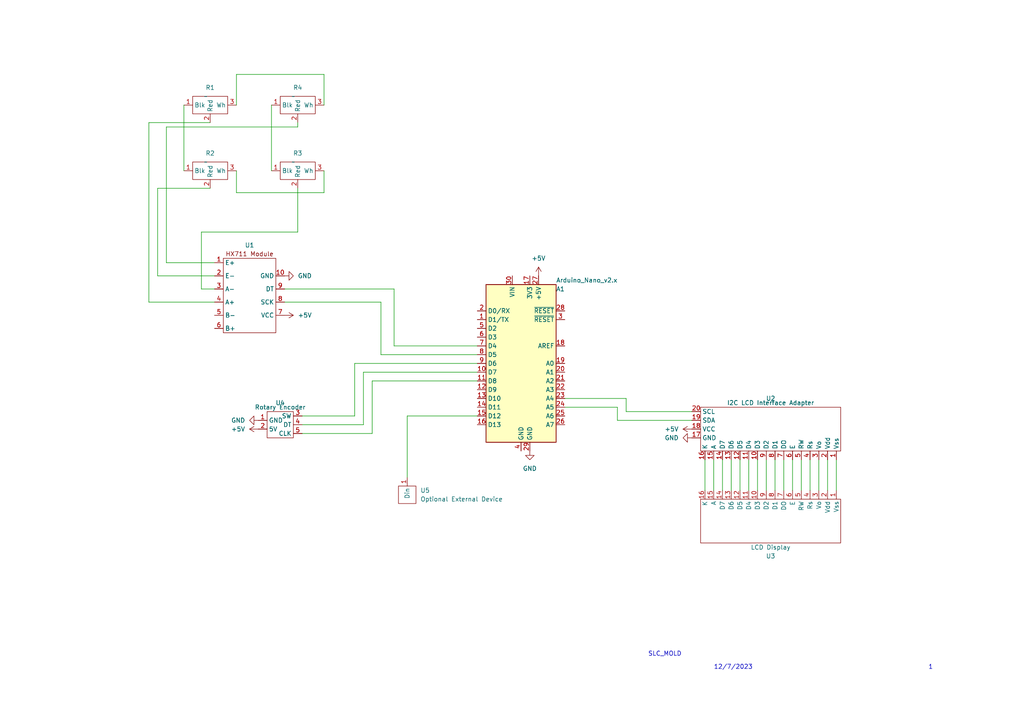
<source format=kicad_sch>
(kicad_sch (version 20230121) (generator eeschema)

  (uuid 50fb1265-c7ca-4a0c-89c6-5049dbcc5339)

  (paper "A4")

  (lib_symbols
    (symbol "MCU_Module:Arduino_Nano_v2.x" (in_bom yes) (on_board yes)
      (property "Reference" "A" (at -10.16 23.495 0)
        (effects (font (size 1.27 1.27)) (justify left bottom))
      )
      (property "Value" "Arduino_Nano_v2.x" (at 5.08 -24.13 0)
        (effects (font (size 1.27 1.27)) (justify left top))
      )
      (property "Footprint" "Module:Arduino_Nano" (at 0 0 0)
        (effects (font (size 1.27 1.27) italic) hide)
      )
      (property "Datasheet" "https://www.arduino.cc/en/uploads/Main/ArduinoNanoManual23.pdf" (at 0 0 0)
        (effects (font (size 1.27 1.27)) hide)
      )
      (property "ki_keywords" "Arduino nano microcontroller module USB" (at 0 0 0)
        (effects (font (size 1.27 1.27)) hide)
      )
      (property "ki_description" "Arduino Nano v2.x" (at 0 0 0)
        (effects (font (size 1.27 1.27)) hide)
      )
      (property "ki_fp_filters" "Arduino*Nano*" (at 0 0 0)
        (effects (font (size 1.27 1.27)) hide)
      )
      (symbol "Arduino_Nano_v2.x_0_1"
        (rectangle (start -10.16 22.86) (end 10.16 -22.86)
          (stroke (width 0.254) (type default))
          (fill (type background))
        )
      )
      (symbol "Arduino_Nano_v2.x_1_1"
        (pin bidirectional line (at -12.7 12.7 0) (length 2.54)
          (name "D1/TX" (effects (font (size 1.27 1.27))))
          (number "1" (effects (font (size 1.27 1.27))))
        )
        (pin bidirectional line (at -12.7 -2.54 0) (length 2.54)
          (name "D7" (effects (font (size 1.27 1.27))))
          (number "10" (effects (font (size 1.27 1.27))))
        )
        (pin bidirectional line (at -12.7 -5.08 0) (length 2.54)
          (name "D8" (effects (font (size 1.27 1.27))))
          (number "11" (effects (font (size 1.27 1.27))))
        )
        (pin bidirectional line (at -12.7 -7.62 0) (length 2.54)
          (name "D9" (effects (font (size 1.27 1.27))))
          (number "12" (effects (font (size 1.27 1.27))))
        )
        (pin bidirectional line (at -12.7 -10.16 0) (length 2.54)
          (name "D10" (effects (font (size 1.27 1.27))))
          (number "13" (effects (font (size 1.27 1.27))))
        )
        (pin bidirectional line (at -12.7 -12.7 0) (length 2.54)
          (name "D11" (effects (font (size 1.27 1.27))))
          (number "14" (effects (font (size 1.27 1.27))))
        )
        (pin bidirectional line (at -12.7 -15.24 0) (length 2.54)
          (name "D12" (effects (font (size 1.27 1.27))))
          (number "15" (effects (font (size 1.27 1.27))))
        )
        (pin bidirectional line (at -12.7 -17.78 0) (length 2.54)
          (name "D13" (effects (font (size 1.27 1.27))))
          (number "16" (effects (font (size 1.27 1.27))))
        )
        (pin power_out line (at 2.54 25.4 270) (length 2.54)
          (name "3V3" (effects (font (size 1.27 1.27))))
          (number "17" (effects (font (size 1.27 1.27))))
        )
        (pin input line (at 12.7 5.08 180) (length 2.54)
          (name "AREF" (effects (font (size 1.27 1.27))))
          (number "18" (effects (font (size 1.27 1.27))))
        )
        (pin bidirectional line (at 12.7 0 180) (length 2.54)
          (name "A0" (effects (font (size 1.27 1.27))))
          (number "19" (effects (font (size 1.27 1.27))))
        )
        (pin bidirectional line (at -12.7 15.24 0) (length 2.54)
          (name "D0/RX" (effects (font (size 1.27 1.27))))
          (number "2" (effects (font (size 1.27 1.27))))
        )
        (pin bidirectional line (at 12.7 -2.54 180) (length 2.54)
          (name "A1" (effects (font (size 1.27 1.27))))
          (number "20" (effects (font (size 1.27 1.27))))
        )
        (pin bidirectional line (at 12.7 -5.08 180) (length 2.54)
          (name "A2" (effects (font (size 1.27 1.27))))
          (number "21" (effects (font (size 1.27 1.27))))
        )
        (pin bidirectional line (at 12.7 -7.62 180) (length 2.54)
          (name "A3" (effects (font (size 1.27 1.27))))
          (number "22" (effects (font (size 1.27 1.27))))
        )
        (pin bidirectional line (at 12.7 -10.16 180) (length 2.54)
          (name "A4" (effects (font (size 1.27 1.27))))
          (number "23" (effects (font (size 1.27 1.27))))
        )
        (pin bidirectional line (at 12.7 -12.7 180) (length 2.54)
          (name "A5" (effects (font (size 1.27 1.27))))
          (number "24" (effects (font (size 1.27 1.27))))
        )
        (pin bidirectional line (at 12.7 -15.24 180) (length 2.54)
          (name "A6" (effects (font (size 1.27 1.27))))
          (number "25" (effects (font (size 1.27 1.27))))
        )
        (pin bidirectional line (at 12.7 -17.78 180) (length 2.54)
          (name "A7" (effects (font (size 1.27 1.27))))
          (number "26" (effects (font (size 1.27 1.27))))
        )
        (pin power_out line (at 5.08 25.4 270) (length 2.54)
          (name "+5V" (effects (font (size 1.27 1.27))))
          (number "27" (effects (font (size 1.27 1.27))))
        )
        (pin input line (at 12.7 15.24 180) (length 2.54)
          (name "~{RESET}" (effects (font (size 1.27 1.27))))
          (number "28" (effects (font (size 1.27 1.27))))
        )
        (pin power_in line (at 2.54 -25.4 90) (length 2.54)
          (name "GND" (effects (font (size 1.27 1.27))))
          (number "29" (effects (font (size 1.27 1.27))))
        )
        (pin input line (at 12.7 12.7 180) (length 2.54)
          (name "~{RESET}" (effects (font (size 1.27 1.27))))
          (number "3" (effects (font (size 1.27 1.27))))
        )
        (pin power_in line (at -2.54 25.4 270) (length 2.54)
          (name "VIN" (effects (font (size 1.27 1.27))))
          (number "30" (effects (font (size 1.27 1.27))))
        )
        (pin power_in line (at 0 -25.4 90) (length 2.54)
          (name "GND" (effects (font (size 1.27 1.27))))
          (number "4" (effects (font (size 1.27 1.27))))
        )
        (pin bidirectional line (at -12.7 10.16 0) (length 2.54)
          (name "D2" (effects (font (size 1.27 1.27))))
          (number "5" (effects (font (size 1.27 1.27))))
        )
        (pin bidirectional line (at -12.7 7.62 0) (length 2.54)
          (name "D3" (effects (font (size 1.27 1.27))))
          (number "6" (effects (font (size 1.27 1.27))))
        )
        (pin bidirectional line (at -12.7 5.08 0) (length 2.54)
          (name "D4" (effects (font (size 1.27 1.27))))
          (number "7" (effects (font (size 1.27 1.27))))
        )
        (pin bidirectional line (at -12.7 2.54 0) (length 2.54)
          (name "D5" (effects (font (size 1.27 1.27))))
          (number "8" (effects (font (size 1.27 1.27))))
        )
        (pin bidirectional line (at -12.7 0 0) (length 2.54)
          (name "D6" (effects (font (size 1.27 1.27))))
          (number "9" (effects (font (size 1.27 1.27))))
        )
      )
    )
    (symbol "MOLD:HX711 Module" (in_bom yes) (on_board yes)
      (property "Reference" "U" (at 1.27 1.27 0)
        (effects (font (size 1.27 1.27)))
      )
      (property "Value" "HX711 Module" (at 0 0 0)
        (effects (font (size 1.27 1.27)))
      )
      (property "Footprint" "MOLD:HX711 Module" (at 0 3.81 0)
        (effects (font (size 1.27 1.27)) hide)
      )
      (property "Datasheet" "https://www.digikey.com/htmldatasheets/production/1836471/0/0/1/hx711.html" (at 0 6.35 0)
        (effects (font (size 1.27 1.27)) hide)
      )
      (symbol "HX711 Module_0_1"
        (rectangle (start -5.08 -3.81) (end 10.16 -25.4)
          (stroke (width 0) (type default))
          (fill (type none))
        )
      )
      (symbol "HX711 Module_1_1"
        (text "HX711 Module" (at 2.54 -2.54 0)
          (effects (font (size 1.27 1.27)))
        )
        (pin input line (at -7.62 -5.08 0) (length 2.54)
          (name "E+" (effects (font (size 1.27 1.27))))
          (number "1" (effects (font (size 1.27 1.27))))
        )
        (pin input line (at 12.7 -8.89 180) (length 2.54)
          (name "GND" (effects (font (size 1.27 1.27))))
          (number "10" (effects (font (size 1.27 1.27))))
        )
        (pin input line (at -7.62 -8.89 0) (length 2.54)
          (name "E-" (effects (font (size 1.27 1.27))))
          (number "2" (effects (font (size 1.27 1.27))))
        )
        (pin input line (at -7.62 -12.7 0) (length 2.54)
          (name "A-" (effects (font (size 1.27 1.27))))
          (number "3" (effects (font (size 1.27 1.27))))
        )
        (pin input line (at -7.62 -16.51 0) (length 2.54)
          (name "A+" (effects (font (size 1.27 1.27))))
          (number "4" (effects (font (size 1.27 1.27))))
        )
        (pin input line (at -7.62 -20.32 0) (length 2.54)
          (name "B-" (effects (font (size 1.27 1.27))))
          (number "5" (effects (font (size 1.27 1.27))))
        )
        (pin input line (at -7.62 -24.13 0) (length 2.54)
          (name "B+" (effects (font (size 1.27 1.27))))
          (number "6" (effects (font (size 1.27 1.27))))
        )
        (pin power_in line (at 12.7 -20.32 180) (length 2.54)
          (name "VCC" (effects (font (size 1.27 1.27))))
          (number "7" (effects (font (size 1.27 1.27))))
        )
        (pin input line (at 12.7 -16.51 180) (length 2.54)
          (name "SCK" (effects (font (size 1.27 1.27))))
          (number "8" (effects (font (size 1.27 1.27))))
        )
        (pin output line (at 12.7 -12.7 180) (length 2.54)
          (name "DT" (effects (font (size 1.27 1.27))))
          (number "9" (effects (font (size 1.27 1.27))))
        )
      )
    )
    (symbol "MOLD:I2C_LCD1602_Module" (in_bom yes) (on_board yes)
      (property "Reference" "U" (at 0 -5.08 0)
        (effects (font (size 1.27 1.27)))
      )
      (property "Value" "" (at -10.16 0 0)
        (effects (font (size 1.27 1.27)))
      )
      (property "Footprint" "" (at -10.16 0 0)
        (effects (font (size 1.27 1.27)) hide)
      )
      (property "Datasheet" "" (at -10.16 0 0)
        (effects (font (size 1.27 1.27)) hide)
      )
      (symbol "I2C_LCD1602_Module_0_1"
        (rectangle (start -20.32 2.54) (end 20.32 -10.16)
          (stroke (width 0) (type default))
          (fill (type none))
        )
      )
      (symbol "I2C_LCD1602_Module_1_1"
        (pin power_in line (at -19.05 5.08 270) (length 2.54)
          (name "Vss" (effects (font (size 1.27 1.27))))
          (number "1" (effects (font (size 1.27 1.27))))
        )
        (pin bidirectional line (at 3.81 5.08 270) (length 2.54)
          (name "D3" (effects (font (size 1.27 1.27))))
          (number "10" (effects (font (size 1.27 1.27))))
        )
        (pin bidirectional line (at 6.35 5.08 270) (length 2.54)
          (name "D4" (effects (font (size 1.27 1.27))))
          (number "11" (effects (font (size 1.27 1.27))))
        )
        (pin bidirectional line (at 8.89 5.08 270) (length 2.54)
          (name "D5" (effects (font (size 1.27 1.27))))
          (number "12" (effects (font (size 1.27 1.27))))
        )
        (pin bidirectional line (at 11.43 5.08 270) (length 2.54)
          (name "D6" (effects (font (size 1.27 1.27))))
          (number "13" (effects (font (size 1.27 1.27))))
        )
        (pin bidirectional line (at 13.97 5.08 270) (length 2.54)
          (name "D7" (effects (font (size 1.27 1.27))))
          (number "14" (effects (font (size 1.27 1.27))))
        )
        (pin bidirectional line (at 16.51 5.08 270) (length 2.54)
          (name "A" (effects (font (size 1.27 1.27))))
          (number "15" (effects (font (size 1.27 1.27))))
        )
        (pin bidirectional line (at 19.05 5.08 270) (length 2.54)
          (name "K" (effects (font (size 1.27 1.27))))
          (number "16" (effects (font (size 1.27 1.27))))
        )
        (pin power_out line (at 22.86 -1.27 180) (length 2.54)
          (name "GND" (effects (font (size 1.27 1.27))))
          (number "17" (effects (font (size 1.27 1.27))))
        )
        (pin bidirectional line (at 22.86 -3.81 180) (length 2.54)
          (name "VCC" (effects (font (size 1.27 1.27))))
          (number "18" (effects (font (size 1.27 1.27))))
        )
        (pin bidirectional line (at 22.86 -6.35 180) (length 2.54)
          (name "SDA" (effects (font (size 1.27 1.27))))
          (number "19" (effects (font (size 1.27 1.27))))
        )
        (pin power_in line (at -16.51 5.08 270) (length 2.54)
          (name "Vdd" (effects (font (size 1.27 1.27))))
          (number "2" (effects (font (size 1.27 1.27))))
        )
        (pin bidirectional line (at 22.86 -8.89 180) (length 2.54)
          (name "SCL" (effects (font (size 1.27 1.27))))
          (number "20" (effects (font (size 1.27 1.27))))
        )
        (pin bidirectional line (at -13.97 5.08 270) (length 2.54)
          (name "Vo" (effects (font (size 1.27 1.27))))
          (number "3" (effects (font (size 1.27 1.27))))
        )
        (pin bidirectional line (at -11.43 5.08 270) (length 2.54)
          (name "Rs" (effects (font (size 1.27 1.27))))
          (number "4" (effects (font (size 1.27 1.27))))
        )
        (pin bidirectional line (at -8.89 5.08 270) (length 2.54)
          (name "RW" (effects (font (size 1.27 1.27))))
          (number "5" (effects (font (size 1.27 1.27))))
        )
        (pin bidirectional line (at -6.35 5.08 270) (length 2.54)
          (name "E" (effects (font (size 1.27 1.27))))
          (number "6" (effects (font (size 1.27 1.27))))
        )
        (pin bidirectional line (at -3.81 5.08 270) (length 2.54)
          (name "DO" (effects (font (size 1.27 1.27))))
          (number "7" (effects (font (size 1.27 1.27))))
        )
        (pin bidirectional line (at -1.27 5.08 270) (length 2.54)
          (name "D1" (effects (font (size 1.27 1.27))))
          (number "8" (effects (font (size 1.27 1.27))))
        )
        (pin bidirectional line (at 1.27 5.08 270) (length 2.54)
          (name "D2" (effects (font (size 1.27 1.27))))
          (number "9" (effects (font (size 1.27 1.27))))
        )
      )
    )
    (symbol "MOLD:LCD1602" (in_bom yes) (on_board yes)
      (property "Reference" "U" (at 0 -5.08 0)
        (effects (font (size 1.27 1.27)))
      )
      (property "Value" "" (at -10.16 0 0)
        (effects (font (size 1.27 1.27)))
      )
      (property "Footprint" "" (at -10.16 0 0)
        (effects (font (size 1.27 1.27)) hide)
      )
      (property "Datasheet" "" (at -10.16 0 0)
        (effects (font (size 1.27 1.27)) hide)
      )
      (symbol "LCD1602_0_1"
        (rectangle (start -20.32 2.54) (end 20.32 -10.16)
          (stroke (width 0) (type default))
          (fill (type none))
        )
      )
      (symbol "LCD1602_1_1"
        (pin power_in line (at -19.05 5.08 270) (length 2.54)
          (name "Vss" (effects (font (size 1.27 1.27))))
          (number "1" (effects (font (size 1.27 1.27))))
        )
        (pin bidirectional line (at 3.81 5.08 270) (length 2.54)
          (name "D3" (effects (font (size 1.27 1.27))))
          (number "10" (effects (font (size 1.27 1.27))))
        )
        (pin bidirectional line (at 6.35 5.08 270) (length 2.54)
          (name "D4" (effects (font (size 1.27 1.27))))
          (number "11" (effects (font (size 1.27 1.27))))
        )
        (pin bidirectional line (at 8.89 5.08 270) (length 2.54)
          (name "D5" (effects (font (size 1.27 1.27))))
          (number "12" (effects (font (size 1.27 1.27))))
        )
        (pin bidirectional line (at 11.43 5.08 270) (length 2.54)
          (name "D6" (effects (font (size 1.27 1.27))))
          (number "13" (effects (font (size 1.27 1.27))))
        )
        (pin bidirectional line (at 13.97 5.08 270) (length 2.54)
          (name "D7" (effects (font (size 1.27 1.27))))
          (number "14" (effects (font (size 1.27 1.27))))
        )
        (pin bidirectional line (at 16.51 5.08 270) (length 2.54)
          (name "A" (effects (font (size 1.27 1.27))))
          (number "15" (effects (font (size 1.27 1.27))))
        )
        (pin bidirectional line (at 19.05 5.08 270) (length 2.54)
          (name "K" (effects (font (size 1.27 1.27))))
          (number "16" (effects (font (size 1.27 1.27))))
        )
        (pin power_in line (at -16.51 5.08 270) (length 2.54)
          (name "Vdd" (effects (font (size 1.27 1.27))))
          (number "2" (effects (font (size 1.27 1.27))))
        )
        (pin bidirectional line (at -13.97 5.08 270) (length 2.54)
          (name "Vo" (effects (font (size 1.27 1.27))))
          (number "3" (effects (font (size 1.27 1.27))))
        )
        (pin bidirectional line (at -11.43 5.08 270) (length 2.54)
          (name "Rs" (effects (font (size 1.27 1.27))))
          (number "4" (effects (font (size 1.27 1.27))))
        )
        (pin bidirectional line (at -8.89 5.08 270) (length 2.54)
          (name "RW" (effects (font (size 1.27 1.27))))
          (number "5" (effects (font (size 1.27 1.27))))
        )
        (pin bidirectional line (at -6.35 5.08 270) (length 2.54)
          (name "E" (effects (font (size 1.27 1.27))))
          (number "6" (effects (font (size 1.27 1.27))))
        )
        (pin bidirectional line (at -3.81 5.08 270) (length 2.54)
          (name "DO" (effects (font (size 1.27 1.27))))
          (number "7" (effects (font (size 1.27 1.27))))
        )
        (pin bidirectional line (at -1.27 5.08 270) (length 2.54)
          (name "D1" (effects (font (size 1.27 1.27))))
          (number "8" (effects (font (size 1.27 1.27))))
        )
        (pin bidirectional line (at 1.27 5.08 270) (length 2.54)
          (name "D2" (effects (font (size 1.27 1.27))))
          (number "9" (effects (font (size 1.27 1.27))))
        )
      )
    )
    (symbol "MOLD:Load_Cell" (in_bom yes) (on_board yes)
      (property "Reference" "R" (at 0 1.27 0)
        (effects (font (size 1.27 1.27)))
      )
      (property "Value" "" (at -1.27 0 0)
        (effects (font (size 1.27 1.27)))
      )
      (property "Footprint" "" (at -1.27 0 0)
        (effects (font (size 1.27 1.27)) hide)
      )
      (property "Datasheet" "" (at -1.27 0 0)
        (effects (font (size 1.27 1.27)) hide)
      )
      (symbol "Load_Cell_0_1"
        (rectangle (start -5.08 0) (end 5.08 -5.08)
          (stroke (width 0) (type default))
          (fill (type none))
        )
      )
      (symbol "Load_Cell_1_1"
        (pin bidirectional line (at -7.62 -2.54 0) (length 2.54)
          (name "Blk" (effects (font (size 1.27 1.27))))
          (number "1" (effects (font (size 1.27 1.27))))
        )
        (pin bidirectional line (at 0 -7.62 90) (length 2.54)
          (name "Red" (effects (font (size 1.27 1.27))))
          (number "2" (effects (font (size 1.27 1.27))))
        )
        (pin bidirectional line (at 7.62 -2.54 180) (length 2.54)
          (name "Wh" (effects (font (size 1.27 1.27))))
          (number "3" (effects (font (size 1.27 1.27))))
        )
      )
    )
    (symbol "MOLD:Optional_External_Device" (in_bom yes) (on_board yes)
      (property "Reference" "U" (at 0 0 0)
        (effects (font (size 1.27 1.27)))
      )
      (property "Value" "" (at 0 0 0)
        (effects (font (size 1.27 1.27)))
      )
      (property "Footprint" "" (at 0 0 0)
        (effects (font (size 1.27 1.27)) hide)
      )
      (property "Datasheet" "" (at 0 0 0)
        (effects (font (size 1.27 1.27)) hide)
      )
      (symbol "Optional_External_Device_0_1"
        (rectangle (start -2.54 -1.27) (end 2.54 -6.35)
          (stroke (width 0) (type default))
          (fill (type none))
        )
      )
      (symbol "Optional_External_Device_1_1"
        (pin input line (at -5.08 -3.81 0) (length 2.54)
          (name "Din" (effects (font (size 1.27 1.27))))
          (number "1" (effects (font (size 1.27 1.27))))
        )
      )
    )
    (symbol "MOLD:Rotary_Encoder" (in_bom yes) (on_board yes)
      (property "Reference" "U" (at 7.62 0 0)
        (effects (font (size 1.27 1.27)))
      )
      (property "Value" "" (at 0 0 0)
        (effects (font (size 1.27 1.27)))
      )
      (property "Footprint" "" (at 0 0 0)
        (effects (font (size 1.27 1.27)) hide)
      )
      (property "Datasheet" "" (at 0 0 0)
        (effects (font (size 1.27 1.27)) hide)
      )
      (symbol "Rotary_Encoder_0_1"
        (rectangle (start -6.35 -1.27) (end 1.27 -8.89)
          (stroke (width 0) (type default))
          (fill (type none))
        )
      )
      (symbol "Rotary_Encoder_1_1"
        (pin power_out line (at 3.81 -3.81 180) (length 2.54)
          (name "GND" (effects (font (size 1.27 1.27))))
          (number "1" (effects (font (size 1.27 1.27))))
        )
        (pin power_in line (at 3.81 -6.35 180) (length 2.54)
          (name "5V" (effects (font (size 1.27 1.27))))
          (number "2" (effects (font (size 1.27 1.27))))
        )
        (pin bidirectional line (at -8.89 -2.54 0) (length 2.54)
          (name "SW" (effects (font (size 1.27 1.27))))
          (number "3" (effects (font (size 1.27 1.27))))
        )
        (pin bidirectional line (at -8.89 -5.08 0) (length 2.54)
          (name "DT" (effects (font (size 1.27 1.27))))
          (number "4" (effects (font (size 1.27 1.27))))
        )
        (pin bidirectional line (at -8.89 -7.62 0) (length 2.54)
          (name "CLK" (effects (font (size 1.27 1.27))))
          (number "5" (effects (font (size 1.27 1.27))))
        )
      )
    )
    (symbol "power:+5V" (power) (pin_names (offset 0)) (in_bom yes) (on_board yes)
      (property "Reference" "#PWR" (at 0 -3.81 0)
        (effects (font (size 1.27 1.27)) hide)
      )
      (property "Value" "+5V" (at 0 3.556 0)
        (effects (font (size 1.27 1.27)))
      )
      (property "Footprint" "" (at 0 0 0)
        (effects (font (size 1.27 1.27)) hide)
      )
      (property "Datasheet" "" (at 0 0 0)
        (effects (font (size 1.27 1.27)) hide)
      )
      (property "ki_keywords" "global power" (at 0 0 0)
        (effects (font (size 1.27 1.27)) hide)
      )
      (property "ki_description" "Power symbol creates a global label with name \"+5V\"" (at 0 0 0)
        (effects (font (size 1.27 1.27)) hide)
      )
      (symbol "+5V_0_1"
        (polyline
          (pts
            (xy -0.762 1.27)
            (xy 0 2.54)
          )
          (stroke (width 0) (type default))
          (fill (type none))
        )
        (polyline
          (pts
            (xy 0 0)
            (xy 0 2.54)
          )
          (stroke (width 0) (type default))
          (fill (type none))
        )
        (polyline
          (pts
            (xy 0 2.54)
            (xy 0.762 1.27)
          )
          (stroke (width 0) (type default))
          (fill (type none))
        )
      )
      (symbol "+5V_1_1"
        (pin power_in line (at 0 0 90) (length 0) hide
          (name "+5V" (effects (font (size 1.27 1.27))))
          (number "1" (effects (font (size 1.27 1.27))))
        )
      )
    )
    (symbol "power:GND" (power) (pin_names (offset 0)) (in_bom yes) (on_board yes)
      (property "Reference" "#PWR" (at 0 -6.35 0)
        (effects (font (size 1.27 1.27)) hide)
      )
      (property "Value" "GND" (at 0 -3.81 0)
        (effects (font (size 1.27 1.27)))
      )
      (property "Footprint" "" (at 0 0 0)
        (effects (font (size 1.27 1.27)) hide)
      )
      (property "Datasheet" "" (at 0 0 0)
        (effects (font (size 1.27 1.27)) hide)
      )
      (property "ki_keywords" "global power" (at 0 0 0)
        (effects (font (size 1.27 1.27)) hide)
      )
      (property "ki_description" "Power symbol creates a global label with name \"GND\" , ground" (at 0 0 0)
        (effects (font (size 1.27 1.27)) hide)
      )
      (symbol "GND_0_1"
        (polyline
          (pts
            (xy 0 0)
            (xy 0 -1.27)
            (xy 1.27 -1.27)
            (xy 0 -2.54)
            (xy -1.27 -1.27)
            (xy 0 -1.27)
          )
          (stroke (width 0) (type default))
          (fill (type none))
        )
      )
      (symbol "GND_1_1"
        (pin power_in line (at 0 0 270) (length 0) hide
          (name "GND" (effects (font (size 1.27 1.27))))
          (number "1" (effects (font (size 1.27 1.27))))
        )
      )
    )
  )


  (wire (pts (xy 68.58 49.53) (xy 68.58 55.88))
    (stroke (width 0) (type default))
    (uuid 03359a20-e6ad-42b4-b0e2-718161bd63db)
  )
  (wire (pts (xy 204.47 133.35) (xy 204.47 142.24))
    (stroke (width 0) (type default))
    (uuid 0aae274c-7fa1-45a5-a93e-66ae5b6cb4dd)
  )
  (wire (pts (xy 209.55 133.35) (xy 209.55 142.24))
    (stroke (width 0) (type default))
    (uuid 0c2a57c9-43bd-4e03-bfbe-1a967e4da0be)
  )
  (wire (pts (xy 237.49 133.35) (xy 237.49 142.24))
    (stroke (width 0) (type default))
    (uuid 1235fb5b-af53-44f5-bc94-83dd143dbd29)
  )
  (wire (pts (xy 53.34 30.48) (xy 53.34 49.53))
    (stroke (width 0) (type default))
    (uuid 1dbfa5c7-7b8a-4f16-b543-fe86e7d36b27)
  )
  (wire (pts (xy 118.11 120.65) (xy 138.43 120.65))
    (stroke (width 0) (type default))
    (uuid 1f1b82fd-33c4-4733-b08c-590d80191881)
  )
  (wire (pts (xy 105.41 107.95) (xy 105.41 123.19))
    (stroke (width 0) (type default))
    (uuid 264da857-0e63-4d60-a36d-0174ab67621a)
  )
  (wire (pts (xy 181.61 119.38) (xy 181.61 115.57))
    (stroke (width 0) (type default))
    (uuid 27cae409-ec90-46c2-9a96-19d3d06c96c1)
  )
  (wire (pts (xy 227.33 133.35) (xy 227.33 142.24))
    (stroke (width 0) (type default))
    (uuid 29b7d44a-bb60-4f4f-9c80-752bb5509d94)
  )
  (wire (pts (xy 240.03 133.35) (xy 240.03 142.24))
    (stroke (width 0) (type default))
    (uuid 29d2e059-462c-442e-88c4-cafd64be0952)
  )
  (wire (pts (xy 232.41 133.35) (xy 232.41 142.24))
    (stroke (width 0) (type default))
    (uuid 2f3d8004-0e8a-4055-92d2-78aa077ea8dc)
  )
  (wire (pts (xy 58.42 67.31) (xy 58.42 83.82))
    (stroke (width 0) (type default))
    (uuid 320101f2-b483-4808-b4c3-28f3cec9c6cd)
  )
  (wire (pts (xy 86.36 35.56) (xy 86.36 36.83))
    (stroke (width 0) (type default))
    (uuid 3a23e11e-eeb4-4891-a5e2-29e1fe998400)
  )
  (wire (pts (xy 102.87 105.41) (xy 138.43 105.41))
    (stroke (width 0) (type default))
    (uuid 42ed7cfb-d26a-483b-9e70-159054ae7afd)
  )
  (wire (pts (xy 114.3 83.82) (xy 114.3 100.33))
    (stroke (width 0) (type default))
    (uuid 4690701d-a0a5-49e6-963f-3dbbab5ccb53)
  )
  (wire (pts (xy 217.17 133.35) (xy 217.17 142.24))
    (stroke (width 0) (type default))
    (uuid 471f6fbb-412f-47d8-b441-ae19ff41846d)
  )
  (wire (pts (xy 62.23 87.63) (xy 43.18 87.63))
    (stroke (width 0) (type default))
    (uuid 4cb5dd99-8633-488b-b998-191c496fb064)
  )
  (wire (pts (xy 102.87 105.41) (xy 102.87 120.65))
    (stroke (width 0) (type default))
    (uuid 4e7d79df-b410-40d8-972f-69b88e92940c)
  )
  (wire (pts (xy 45.72 80.01) (xy 62.23 80.01))
    (stroke (width 0) (type default))
    (uuid 55bb1662-8bb1-4cd3-bd52-89c727c91254)
  )
  (wire (pts (xy 87.63 123.19) (xy 105.41 123.19))
    (stroke (width 0) (type default))
    (uuid 573250b3-5074-4f87-bc78-90aa377e96eb)
  )
  (wire (pts (xy 86.36 67.31) (xy 58.42 67.31))
    (stroke (width 0) (type default))
    (uuid 587a9669-f78f-42d2-8e50-2208b41848f5)
  )
  (wire (pts (xy 58.42 83.82) (xy 62.23 83.82))
    (stroke (width 0) (type default))
    (uuid 5e4c9f9e-dc26-4d34-a6a4-8d8bce2c1fee)
  )
  (wire (pts (xy 45.72 54.61) (xy 45.72 80.01))
    (stroke (width 0) (type default))
    (uuid 6894356e-69f8-462c-a027-a78e9cf1ccf1)
  )
  (wire (pts (xy 224.79 133.35) (xy 224.79 142.24))
    (stroke (width 0) (type default))
    (uuid 6944c0a5-a9e4-49e0-9713-d47e2c1cb584)
  )
  (wire (pts (xy 43.18 35.56) (xy 60.96 35.56))
    (stroke (width 0) (type default))
    (uuid 6c1f3030-bddb-4a0e-a76f-d8be08521740)
  )
  (wire (pts (xy 114.3 100.33) (xy 138.43 100.33))
    (stroke (width 0) (type default))
    (uuid 6ee1bd3a-e758-4724-bb18-509ab148ce53)
  )
  (wire (pts (xy 68.58 55.88) (xy 93.98 55.88))
    (stroke (width 0) (type default))
    (uuid 6ef71659-49ae-4b13-801d-d5b010ef9735)
  )
  (wire (pts (xy 93.98 55.88) (xy 93.98 49.53))
    (stroke (width 0) (type default))
    (uuid 6f083bca-41c2-49da-b526-03f3752cc0a5)
  )
  (wire (pts (xy 86.36 36.83) (xy 48.26 36.83))
    (stroke (width 0) (type default))
    (uuid 722bcb15-c11b-40b6-a8ca-ed24ba07ab16)
  )
  (wire (pts (xy 234.95 133.35) (xy 234.95 142.24))
    (stroke (width 0) (type default))
    (uuid 725987cf-ed2e-4ac2-9b14-61f7fb9e5828)
  )
  (wire (pts (xy 229.87 133.35) (xy 229.87 142.24))
    (stroke (width 0) (type default))
    (uuid 75b8ab79-60ef-489b-a2a4-353a1746bb13)
  )
  (wire (pts (xy 82.55 83.82) (xy 114.3 83.82))
    (stroke (width 0) (type default))
    (uuid 7e6de8d2-5878-4420-9517-e7676045c212)
  )
  (wire (pts (xy 207.01 133.35) (xy 207.01 142.24))
    (stroke (width 0) (type default))
    (uuid 84681a93-59a4-4e80-867d-c2d2d67bf243)
  )
  (wire (pts (xy 242.57 133.35) (xy 242.57 142.24))
    (stroke (width 0) (type default))
    (uuid 856cdc7a-f67f-4a00-8691-2d52b7732102)
  )
  (wire (pts (xy 181.61 115.57) (xy 163.83 115.57))
    (stroke (width 0) (type default))
    (uuid 87239bb9-b122-4144-b95d-d6702122a1e9)
  )
  (wire (pts (xy 110.49 87.63) (xy 110.49 102.87))
    (stroke (width 0) (type default))
    (uuid 886862ca-377c-49e4-b8b7-1be4163b7cf0)
  )
  (wire (pts (xy 179.07 121.92) (xy 179.07 118.11))
    (stroke (width 0) (type default))
    (uuid 89db2777-8d71-4fe7-b57b-ec1f069d825d)
  )
  (wire (pts (xy 87.63 125.73) (xy 107.95 125.73))
    (stroke (width 0) (type default))
    (uuid 8a9be72c-6ee8-40d8-9576-8aefa28eda6e)
  )
  (wire (pts (xy 82.55 87.63) (xy 110.49 87.63))
    (stroke (width 0) (type default))
    (uuid 8dbddb30-3655-46fb-b4ce-723e43432ab7)
  )
  (wire (pts (xy 43.18 87.63) (xy 43.18 35.56))
    (stroke (width 0) (type default))
    (uuid 8dd5b735-7263-4e83-90f0-8797665dfba1)
  )
  (wire (pts (xy 48.26 36.83) (xy 48.26 76.2))
    (stroke (width 0) (type default))
    (uuid 907eeb03-7ad6-456b-b9bd-f2ef2eb79549)
  )
  (wire (pts (xy 60.96 54.61) (xy 45.72 54.61))
    (stroke (width 0) (type default))
    (uuid 97ec52b5-0f6b-43b6-b414-d65eddf05a0b)
  )
  (wire (pts (xy 107.95 110.49) (xy 107.95 125.73))
    (stroke (width 0) (type default))
    (uuid 983343ef-ba89-4ad3-a2df-eaa505261b48)
  )
  (wire (pts (xy 200.66 119.38) (xy 181.61 119.38))
    (stroke (width 0) (type default))
    (uuid 993efdfd-cc6a-4161-8cc3-c8440eef0ac9)
  )
  (wire (pts (xy 48.26 76.2) (xy 62.23 76.2))
    (stroke (width 0) (type default))
    (uuid b34ac3cc-79c6-420e-848a-1a264ec6a6ab)
  )
  (wire (pts (xy 86.36 54.61) (xy 86.36 67.31))
    (stroke (width 0) (type default))
    (uuid b539eabd-28f8-467c-b02b-251bbb46f33f)
  )
  (wire (pts (xy 222.25 133.35) (xy 222.25 142.24))
    (stroke (width 0) (type default))
    (uuid c25bdd9f-7e35-4ecf-8cef-38e0055790a9)
  )
  (wire (pts (xy 200.66 121.92) (xy 179.07 121.92))
    (stroke (width 0) (type default))
    (uuid c8fe3d8a-90bf-41bc-8a99-f4c4194b4a6d)
  )
  (wire (pts (xy 219.71 133.35) (xy 219.71 142.24))
    (stroke (width 0) (type default))
    (uuid c915c302-aaca-4cda-851b-1a249fa0a616)
  )
  (wire (pts (xy 110.49 102.87) (xy 138.43 102.87))
    (stroke (width 0) (type default))
    (uuid cedeb2f6-0f8d-4e97-8129-4a2a0c7597ec)
  )
  (wire (pts (xy 107.95 110.49) (xy 138.43 110.49))
    (stroke (width 0) (type default))
    (uuid dc71f199-c93f-484f-9328-0baccbd74b9d)
  )
  (wire (pts (xy 68.58 30.48) (xy 68.58 21.59))
    (stroke (width 0) (type default))
    (uuid e0239344-f21a-4258-8f7c-debd3f734473)
  )
  (wire (pts (xy 214.63 133.35) (xy 214.63 142.24))
    (stroke (width 0) (type default))
    (uuid e3b942fa-5f50-4f92-886a-f0d29bba1112)
  )
  (wire (pts (xy 212.09 133.35) (xy 212.09 142.24))
    (stroke (width 0) (type default))
    (uuid e8b35008-330e-46fc-867c-f99e76bfed4c)
  )
  (wire (pts (xy 179.07 118.11) (xy 163.83 118.11))
    (stroke (width 0) (type default))
    (uuid eb84369c-0ab8-4047-8545-383dc4b1f11d)
  )
  (wire (pts (xy 87.63 120.65) (xy 102.87 120.65))
    (stroke (width 0) (type default))
    (uuid f03e81b7-3ab6-4786-852d-e3ec06b53fbc)
  )
  (wire (pts (xy 105.41 107.95) (xy 138.43 107.95))
    (stroke (width 0) (type default))
    (uuid f45c4c89-b911-4c64-9b11-aa57473f82cd)
  )
  (wire (pts (xy 93.98 21.59) (xy 93.98 30.48))
    (stroke (width 0) (type default))
    (uuid f6681e30-d446-42fc-ae54-21cacb586946)
  )
  (wire (pts (xy 78.74 30.48) (xy 78.74 49.53))
    (stroke (width 0) (type default))
    (uuid f81e9778-a0dc-4170-b3dd-6b8b47ad4c11)
  )
  (wire (pts (xy 68.58 21.59) (xy 93.98 21.59))
    (stroke (width 0) (type default))
    (uuid faea4b3c-23f4-4da6-9a05-b070701ec475)
  )
  (wire (pts (xy 118.11 138.43) (xy 118.11 120.65))
    (stroke (width 0) (type default))
    (uuid fec1c8fd-bed8-492a-a618-074eeffd43e4)
  )

  (text "12/7/2023" (at 207.01 194.31 0)
    (effects (font (size 1.27 1.27)) (justify left bottom))
    (uuid 0729f6f1-9619-4b51-b038-6c0ff456f8c8)
  )
  (text "1" (at 269.24 194.31 0)
    (effects (font (size 1.27 1.27)) (justify left bottom))
    (uuid 1b00d6ad-cfc5-46b8-ac41-f1dae356b32f)
  )
  (text "SLC_MOLD" (at 187.96 190.5 0)
    (effects (font (size 1.27 1.27)) (justify left bottom))
    (uuid 2dfe9033-977d-49d6-8404-ba781575df4c)
  )

  (symbol (lib_id "MCU_Module:Arduino_Nano_v2.x") (at 151.13 105.41 0) (unit 1)
    (in_bom yes) (on_board yes) (dnp no)
    (uuid 0025d4e6-4ea2-429e-b347-f163538f2197)
    (property "Reference" "A1" (at 161.29 83.82 0)
      (effects (font (size 1.27 1.27)) (justify left))
    )
    (property "Value" "Arduino_Nano_v2.x" (at 161.29 81.28 0)
      (effects (font (size 1.27 1.27)) (justify left))
    )
    (property "Footprint" "Module:Arduino_Nano" (at 151.13 105.41 0)
      (effects (font (size 1.27 1.27) italic) hide)
    )
    (property "Datasheet" "https://www.arduino.cc/en/uploads/Main/ArduinoNanoManual23.pdf" (at 151.13 105.41 0)
      (effects (font (size 1.27 1.27)) hide)
    )
    (pin "1" (uuid cc1f1eff-e8be-441a-b648-7672370a1a38))
    (pin "10" (uuid 955bc2ac-47f9-4807-a23b-ed28fa1853a5))
    (pin "11" (uuid ab115c96-ce06-4989-a0cd-c973d00ef4d7))
    (pin "12" (uuid 4427d255-60da-486a-8725-81832d42971b))
    (pin "13" (uuid 8d860b89-a736-4b06-8bb5-a44e7d72dac3))
    (pin "14" (uuid d6ff8492-6ebc-427b-9d34-430acaae199e))
    (pin "15" (uuid 70089835-ebee-4f94-b3aa-c6bf6febdaaf))
    (pin "16" (uuid 49a9289a-7bc1-4bc5-9110-ea3593ee01e0))
    (pin "17" (uuid 59e29bed-d6ce-43bf-b650-ea95ba05902e))
    (pin "18" (uuid bcaef2dc-3797-4632-acd9-2310b724045a))
    (pin "19" (uuid ed60cfb2-7075-476e-8c99-d97c0b649023))
    (pin "2" (uuid 1fbef1b7-3113-4677-b38d-16169147b81d))
    (pin "20" (uuid fe84c797-37c2-4711-b193-f6c5870f6e6a))
    (pin "21" (uuid 607e5c21-8624-4b2b-bd4a-94eb2d5e9f44))
    (pin "22" (uuid 8e2265aa-f9d0-4171-bf47-8417f7cf4ce8))
    (pin "23" (uuid 0cbf8804-74fe-4bd3-9712-09c29e570865))
    (pin "24" (uuid 0fc6f99c-744d-4f42-aba8-de6767973de3))
    (pin "25" (uuid f1487762-6dcc-4c52-805b-e8c68d7afe26))
    (pin "26" (uuid fa8ba850-c10e-4c24-a17d-92d57b689119))
    (pin "27" (uuid 3761e4d9-b3a3-4572-90ca-9938c363697b))
    (pin "28" (uuid 41f8f65f-e54f-44db-8fb6-8eb8c351b365))
    (pin "29" (uuid ae222c41-8f16-4e02-9355-3b9de101e0d5))
    (pin "3" (uuid 3635d9e7-2716-4ab2-a59a-f6e3b7c013ff))
    (pin "30" (uuid 5501f6e4-0d09-4526-bcd8-8b79bbafcbdc))
    (pin "4" (uuid 956bcbea-319a-4cfb-a26f-586110dff545))
    (pin "5" (uuid 102661ea-3846-40e6-8982-4af56b69ce7b))
    (pin "6" (uuid 5bc89eab-dcfe-4d1a-aea6-dca754755e4d))
    (pin "7" (uuid a124c23d-1160-445a-a2e9-5c4ea46f5ffb))
    (pin "8" (uuid de6b8dc4-5350-4147-9076-36546addbc7a))
    (pin "9" (uuid 391d9968-0a78-4310-b34c-f440700f33ad))
    (instances
      (project "MOLDschematic"
        (path "/50fb1265-c7ca-4a0c-89c6-5049dbcc5339"
          (reference "A1") (unit 1)
        )
      )
    )
  )

  (symbol (lib_id "power:GND") (at 200.66 127 270) (mirror x) (unit 1)
    (in_bom yes) (on_board yes) (dnp no) (fields_autoplaced)
    (uuid 0da15a38-34e5-4f24-8702-480872c47334)
    (property "Reference" "#PWR05" (at 194.31 127 0)
      (effects (font (size 1.27 1.27)) hide)
    )
    (property "Value" "GND" (at 196.85 127 90)
      (effects (font (size 1.27 1.27)) (justify right))
    )
    (property "Footprint" "" (at 200.66 127 0)
      (effects (font (size 1.27 1.27)) hide)
    )
    (property "Datasheet" "" (at 200.66 127 0)
      (effects (font (size 1.27 1.27)) hide)
    )
    (pin "1" (uuid 7aade3b5-b56f-483e-be39-6e04db8ae35d))
    (instances
      (project "MOLDschematic"
        (path "/50fb1265-c7ca-4a0c-89c6-5049dbcc5339"
          (reference "#PWR05") (unit 1)
        )
      )
    )
  )

  (symbol (lib_id "MOLD:I2C_LCD1602_Module") (at 223.52 128.27 180) (unit 1)
    (in_bom yes) (on_board yes) (dnp no)
    (uuid 0f7541da-5f2f-4dc3-8d7b-4be77bb25592)
    (property "Reference" "U2" (at 223.52 115.57 0)
      (effects (font (size 1.27 1.27)))
    )
    (property "Value" "I2C LCD Interface Adapter" (at 223.52 116.84 0)
      (effects (font (size 1.27 1.27)))
    )
    (property "Footprint" "" (at 233.68 128.27 0)
      (effects (font (size 1.27 1.27)) hide)
    )
    (property "Datasheet" "" (at 233.68 128.27 0)
      (effects (font (size 1.27 1.27)) hide)
    )
    (pin "1" (uuid fedbb396-1e13-423e-a285-045a5e8bdf60))
    (pin "10" (uuid b1d6d702-83b2-49f1-a2a4-9d32019fe44e))
    (pin "11" (uuid c8f6183e-14de-493e-a324-d7f44dd91b55))
    (pin "12" (uuid 24a8483a-d36c-47e6-903d-6c76dee85781))
    (pin "13" (uuid 40177010-3a99-4b27-b51e-ba09dac5d53f))
    (pin "14" (uuid 824fcb9d-8bd2-4318-b4ef-fc2619d1e793))
    (pin "15" (uuid 44b43b55-2e1f-482e-b312-8756e3a26f19))
    (pin "16" (uuid 37125368-a5ff-4395-8d53-27b2e833f4bf))
    (pin "17" (uuid d0637050-8405-4e62-8de3-8a943be900bd))
    (pin "18" (uuid dc13f9c7-ce66-4187-9d98-d7ceba6a788b))
    (pin "19" (uuid 32f4f407-d5bf-4e80-9473-267ccf882a28))
    (pin "2" (uuid cc6015b7-79d9-49f0-88b1-0391adfbbbcd))
    (pin "20" (uuid 27e1e933-0401-4b9c-902d-2ca01d910a93))
    (pin "3" (uuid 96a207e8-1767-4adf-9fae-37850f1bd51e))
    (pin "4" (uuid 05453dfd-7709-43ae-b123-6636dd88c6ae))
    (pin "5" (uuid b569a38f-0553-430d-ac03-d1b01116851b))
    (pin "6" (uuid 97afd300-c4cb-4dc9-a230-1dd7d8e798ed))
    (pin "7" (uuid 6d72e450-7378-4d90-b61c-85cb680ae832))
    (pin "8" (uuid 6dd0b03c-8307-42d2-9c6e-f7af9e9f98cf))
    (pin "9" (uuid d3c8c116-3bf0-4447-b968-abcf0890e5f8))
    (instances
      (project "MOLDschematic"
        (path "/50fb1265-c7ca-4a0c-89c6-5049dbcc5339"
          (reference "U2") (unit 1)
        )
      )
    )
  )

  (symbol (lib_id "MOLD:LCD1602") (at 223.52 147.32 0) (mirror y) (unit 1)
    (in_bom yes) (on_board yes) (dnp no)
    (uuid 328bc379-0d03-4f48-8e6f-3c835f566fac)
    (property "Reference" "U3" (at 223.52 161.29 0)
      (effects (font (size 1.27 1.27)))
    )
    (property "Value" "LCD Display" (at 223.52 158.75 0)
      (effects (font (size 1.27 1.27)))
    )
    (property "Footprint" "" (at 233.68 147.32 0)
      (effects (font (size 1.27 1.27)) hide)
    )
    (property "Datasheet" "" (at 233.68 147.32 0)
      (effects (font (size 1.27 1.27)) hide)
    )
    (pin "1" (uuid ae8dc5dd-5921-4be4-8733-ee647f03872d))
    (pin "10" (uuid cd0c847e-f6e1-4d96-ae3d-fc30ade22e1c))
    (pin "11" (uuid 08b230c8-2e5d-4f1c-8dca-fdeb0e63b978))
    (pin "12" (uuid 18651d50-877c-439c-a3dc-d7affad74b99))
    (pin "13" (uuid 0a78e216-e61b-4a23-9087-8c659df33d8b))
    (pin "14" (uuid 4b322eac-2de8-4ece-8b3f-ee233ac56b24))
    (pin "15" (uuid 787a01c9-e915-44da-8680-8b6229f79204))
    (pin "16" (uuid 526ee95b-8ad0-4d0e-a8c1-754ff5cc261c))
    (pin "2" (uuid 76f724be-d572-4692-95c9-12ca32a34b95))
    (pin "3" (uuid a3fdd003-e309-4761-ad3d-dbe5c80baa95))
    (pin "4" (uuid c90774a9-915d-40f7-a273-7e0f6447dcd8))
    (pin "5" (uuid b23dc009-4a66-46a1-afd4-a60aa95d8aec))
    (pin "6" (uuid 4c66aad9-6756-4adc-a276-352d021db6d3))
    (pin "7" (uuid b4e6ee98-6be9-45b8-88e8-9b7321ceec6c))
    (pin "8" (uuid 6e1b7198-10ac-47df-8aa8-7225dc29e1f4))
    (pin "9" (uuid d1c890ce-2a11-4f10-8e10-f4336821b00d))
    (instances
      (project "MOLDschematic"
        (path "/50fb1265-c7ca-4a0c-89c6-5049dbcc5339"
          (reference "U3") (unit 1)
        )
      )
    )
  )

  (symbol (lib_id "MOLD:Optional_External_Device") (at 121.92 143.51 270) (unit 1)
    (in_bom yes) (on_board yes) (dnp no) (fields_autoplaced)
    (uuid 470676c6-4679-490f-a213-ecc03f3a80cf)
    (property "Reference" "U5" (at 121.92 142.24 90)
      (effects (font (size 1.27 1.27)) (justify left))
    )
    (property "Value" "Optional External Device" (at 121.92 144.78 90)
      (effects (font (size 1.27 1.27)) (justify left))
    )
    (property "Footprint" "" (at 121.92 143.51 0)
      (effects (font (size 1.27 1.27)) hide)
    )
    (property "Datasheet" "" (at 121.92 143.51 0)
      (effects (font (size 1.27 1.27)) hide)
    )
    (pin "1" (uuid 041991ab-7f76-477c-98b7-3336b26cbc14))
    (instances
      (project "MOLDschematic"
        (path "/50fb1265-c7ca-4a0c-89c6-5049dbcc5339"
          (reference "U5") (unit 1)
        )
      )
    )
  )

  (symbol (lib_id "MOLD:Load_Cell") (at 86.36 46.99 0) (unit 1)
    (in_bom yes) (on_board yes) (dnp no) (fields_autoplaced)
    (uuid 4a002cc2-a8b7-4c67-a7ea-39d6b82e0913)
    (property "Reference" "R3" (at 86.36 44.45 0)
      (effects (font (size 1.27 1.27)))
    )
    (property "Value" "~" (at 85.09 46.99 0)
      (effects (font (size 1.27 1.27)))
    )
    (property "Footprint" "" (at 85.09 46.99 0)
      (effects (font (size 1.27 1.27)) hide)
    )
    (property "Datasheet" "" (at 85.09 46.99 0)
      (effects (font (size 1.27 1.27)) hide)
    )
    (pin "1" (uuid 2cc9a42c-8098-4662-8459-a9411befff19))
    (pin "2" (uuid 1dfe8bf1-e18a-49ba-916d-62424094a9ff))
    (pin "3" (uuid 82b0d17c-5165-48f4-b49e-7857e6e62a3f))
    (instances
      (project "MOLDschematic"
        (path "/50fb1265-c7ca-4a0c-89c6-5049dbcc5339"
          (reference "R3") (unit 1)
        )
      )
    )
  )

  (symbol (lib_id "MOLD:Rotary_Encoder") (at 78.74 118.11 0) (mirror y) (unit 1)
    (in_bom yes) (on_board yes) (dnp no)
    (uuid 4e029ea9-cf45-415e-9ec9-aeaaf6c9cad2)
    (property "Reference" "U4" (at 81.28 116.84 0)
      (effects (font (size 1.27 1.27)))
    )
    (property "Value" "Rotary Encoder" (at 81.28 118.11 0)
      (effects (font (size 1.27 1.27)))
    )
    (property "Footprint" "" (at 78.74 118.11 0)
      (effects (font (size 1.27 1.27)) hide)
    )
    (property "Datasheet" "" (at 78.74 118.11 0)
      (effects (font (size 1.27 1.27)) hide)
    )
    (pin "1" (uuid 498cb49a-5a5b-4563-aa11-5f7437022816))
    (pin "2" (uuid f575aaed-38ea-44d2-86f9-f350de70fded))
    (pin "3" (uuid f145b8dd-f35d-4354-b341-9f27885829f1))
    (pin "4" (uuid 3afca6ec-68ae-40fb-ad9b-0e7305a19b8f))
    (pin "5" (uuid d7fcceb2-8a1c-405e-bf70-5159ce2925ea))
    (instances
      (project "MOLDschematic"
        (path "/50fb1265-c7ca-4a0c-89c6-5049dbcc5339"
          (reference "U4") (unit 1)
        )
      )
    )
  )

  (symbol (lib_id "power:GND") (at 74.93 121.92 270) (mirror x) (unit 1)
    (in_bom yes) (on_board yes) (dnp no) (fields_autoplaced)
    (uuid 748fa141-3fb9-43cd-9b50-11d42b0359dd)
    (property "Reference" "#PWR04" (at 68.58 121.92 0)
      (effects (font (size 1.27 1.27)) hide)
    )
    (property "Value" "GND" (at 71.12 121.92 90)
      (effects (font (size 1.27 1.27)) (justify right))
    )
    (property "Footprint" "" (at 74.93 121.92 0)
      (effects (font (size 1.27 1.27)) hide)
    )
    (property "Datasheet" "" (at 74.93 121.92 0)
      (effects (font (size 1.27 1.27)) hide)
    )
    (pin "1" (uuid cf84e02a-6443-464d-a066-e8617afab81b))
    (instances
      (project "MOLDschematic"
        (path "/50fb1265-c7ca-4a0c-89c6-5049dbcc5339"
          (reference "#PWR04") (unit 1)
        )
      )
    )
  )

  (symbol (lib_id "MOLD:Load_Cell") (at 60.96 46.99 0) (unit 1)
    (in_bom yes) (on_board yes) (dnp no) (fields_autoplaced)
    (uuid 770d5bd7-6e91-411d-80e0-de3231f8fbf9)
    (property "Reference" "R2" (at 60.96 44.45 0)
      (effects (font (size 1.27 1.27)))
    )
    (property "Value" "~" (at 59.69 46.99 0)
      (effects (font (size 1.27 1.27)))
    )
    (property "Footprint" "" (at 59.69 46.99 0)
      (effects (font (size 1.27 1.27)) hide)
    )
    (property "Datasheet" "" (at 59.69 46.99 0)
      (effects (font (size 1.27 1.27)) hide)
    )
    (pin "1" (uuid f470af10-4527-4f0d-be6c-cbb7302ec3ab))
    (pin "2" (uuid 6c215d25-8851-4331-88c7-48c1780dfb3d))
    (pin "3" (uuid 9263320d-e4ca-4142-b7a0-aef73c10e534))
    (instances
      (project "MOLDschematic"
        (path "/50fb1265-c7ca-4a0c-89c6-5049dbcc5339"
          (reference "R2") (unit 1)
        )
      )
    )
  )

  (symbol (lib_id "power:+5V") (at 156.21 80.01 0) (unit 1)
    (in_bom yes) (on_board yes) (dnp no) (fields_autoplaced)
    (uuid 88c7041a-e7d8-4bc2-a056-929f3cd97646)
    (property "Reference" "#PWR07" (at 156.21 83.82 0)
      (effects (font (size 1.27 1.27)) hide)
    )
    (property "Value" "+5V" (at 156.21 74.93 0)
      (effects (font (size 1.27 1.27)))
    )
    (property "Footprint" "" (at 156.21 80.01 0)
      (effects (font (size 1.27 1.27)) hide)
    )
    (property "Datasheet" "" (at 156.21 80.01 0)
      (effects (font (size 1.27 1.27)) hide)
    )
    (pin "1" (uuid c3d95824-91b5-47c9-82bb-37fbb9a83256))
    (instances
      (project "MOLDschematic"
        (path "/50fb1265-c7ca-4a0c-89c6-5049dbcc5339"
          (reference "#PWR07") (unit 1)
        )
      )
    )
  )

  (symbol (lib_id "MOLD:Load_Cell") (at 86.36 27.94 0) (unit 1)
    (in_bom yes) (on_board yes) (dnp no) (fields_autoplaced)
    (uuid 941f3110-576c-480b-8748-9e1866c3290f)
    (property "Reference" "R4" (at 86.36 25.4 0)
      (effects (font (size 1.27 1.27)))
    )
    (property "Value" "~" (at 85.09 27.94 0)
      (effects (font (size 1.27 1.27)))
    )
    (property "Footprint" "" (at 85.09 27.94 0)
      (effects (font (size 1.27 1.27)) hide)
    )
    (property "Datasheet" "" (at 85.09 27.94 0)
      (effects (font (size 1.27 1.27)) hide)
    )
    (pin "1" (uuid 0cb18811-7f0a-4c2c-b4b9-38712e153b54))
    (pin "2" (uuid 7d3b3be2-e4e8-4345-b545-df5dab4d7171))
    (pin "3" (uuid cf4f49f3-4db9-4b79-92db-b7c4a6bd5ffb))
    (instances
      (project "MOLDschematic"
        (path "/50fb1265-c7ca-4a0c-89c6-5049dbcc5339"
          (reference "R4") (unit 1)
        )
      )
    )
  )

  (symbol (lib_id "power:+5V") (at 82.55 91.44 270) (unit 1)
    (in_bom yes) (on_board yes) (dnp no) (fields_autoplaced)
    (uuid a1af85c6-bce5-4a72-9bc5-dbc35c75f36d)
    (property "Reference" "#PWR02" (at 78.74 91.44 0)
      (effects (font (size 1.27 1.27)) hide)
    )
    (property "Value" "+5V" (at 86.36 91.44 90)
      (effects (font (size 1.27 1.27)) (justify left))
    )
    (property "Footprint" "" (at 82.55 91.44 0)
      (effects (font (size 1.27 1.27)) hide)
    )
    (property "Datasheet" "" (at 82.55 91.44 0)
      (effects (font (size 1.27 1.27)) hide)
    )
    (pin "1" (uuid 2996c4d4-5b35-4d57-92b6-0be06089c347))
    (instances
      (project "MOLDschematic"
        (path "/50fb1265-c7ca-4a0c-89c6-5049dbcc5339"
          (reference "#PWR02") (unit 1)
        )
      )
    )
  )

  (symbol (lib_id "power:+5V") (at 200.66 124.46 90) (mirror x) (unit 1)
    (in_bom yes) (on_board yes) (dnp no) (fields_autoplaced)
    (uuid bb59f39e-64c3-4efe-bc80-2f49de33b6c8)
    (property "Reference" "#PWR06" (at 204.47 124.46 0)
      (effects (font (size 1.27 1.27)) hide)
    )
    (property "Value" "+5V" (at 196.85 124.46 90)
      (effects (font (size 1.27 1.27)) (justify left))
    )
    (property "Footprint" "" (at 200.66 124.46 0)
      (effects (font (size 1.27 1.27)) hide)
    )
    (property "Datasheet" "" (at 200.66 124.46 0)
      (effects (font (size 1.27 1.27)) hide)
    )
    (pin "1" (uuid b476951d-801e-450d-a0b4-d14de94c8446))
    (instances
      (project "MOLDschematic"
        (path "/50fb1265-c7ca-4a0c-89c6-5049dbcc5339"
          (reference "#PWR06") (unit 1)
        )
      )
    )
  )

  (symbol (lib_id "power:GND") (at 153.67 130.81 0) (unit 1)
    (in_bom yes) (on_board yes) (dnp no) (fields_autoplaced)
    (uuid cb55a835-5e10-41a4-8184-2e2f7fce47bb)
    (property "Reference" "#PWR08" (at 153.67 137.16 0)
      (effects (font (size 1.27 1.27)) hide)
    )
    (property "Value" "GND" (at 153.67 135.89 0)
      (effects (font (size 1.27 1.27)))
    )
    (property "Footprint" "" (at 153.67 130.81 0)
      (effects (font (size 1.27 1.27)) hide)
    )
    (property "Datasheet" "" (at 153.67 130.81 0)
      (effects (font (size 1.27 1.27)) hide)
    )
    (pin "1" (uuid 7157e0c8-3a73-40bf-a627-9cb1d959058d))
    (instances
      (project "MOLDschematic"
        (path "/50fb1265-c7ca-4a0c-89c6-5049dbcc5339"
          (reference "#PWR08") (unit 1)
        )
      )
    )
  )

  (symbol (lib_id "power:GND") (at 82.55 80.01 90) (unit 1)
    (in_bom yes) (on_board yes) (dnp no) (fields_autoplaced)
    (uuid cf18ee6b-05a6-45c5-a7a9-23009804c65a)
    (property "Reference" "#PWR01" (at 88.9 80.01 0)
      (effects (font (size 1.27 1.27)) hide)
    )
    (property "Value" "GND" (at 86.36 80.01 90)
      (effects (font (size 1.27 1.27)) (justify right))
    )
    (property "Footprint" "" (at 82.55 80.01 0)
      (effects (font (size 1.27 1.27)) hide)
    )
    (property "Datasheet" "" (at 82.55 80.01 0)
      (effects (font (size 1.27 1.27)) hide)
    )
    (pin "1" (uuid 4d47f6fe-74e8-4e61-b581-f10b06795e6e))
    (instances
      (project "MOLDschematic"
        (path "/50fb1265-c7ca-4a0c-89c6-5049dbcc5339"
          (reference "#PWR01") (unit 1)
        )
      )
    )
  )

  (symbol (lib_id "MOLD:Load_Cell") (at 60.96 27.94 0) (unit 1)
    (in_bom yes) (on_board yes) (dnp no) (fields_autoplaced)
    (uuid da720a51-575f-4101-8b3e-9dcd932ecaf2)
    (property "Reference" "R1" (at 60.96 25.4 0)
      (effects (font (size 1.27 1.27)))
    )
    (property "Value" "~" (at 59.69 27.94 0)
      (effects (font (size 1.27 1.27)))
    )
    (property "Footprint" "" (at 59.69 27.94 0)
      (effects (font (size 1.27 1.27)) hide)
    )
    (property "Datasheet" "" (at 59.69 27.94 0)
      (effects (font (size 1.27 1.27)) hide)
    )
    (pin "1" (uuid 8db542da-965c-43a4-9299-ecc28cc4aeea))
    (pin "2" (uuid f15497e7-e397-42b3-b772-e12247bb2e99))
    (pin "3" (uuid 067c482a-a26e-4ea4-ad31-966fe8e94df1))
    (instances
      (project "MOLDschematic"
        (path "/50fb1265-c7ca-4a0c-89c6-5049dbcc5339"
          (reference "R1") (unit 1)
        )
      )
    )
  )

  (symbol (lib_id "power:+5V") (at 74.93 124.46 90) (mirror x) (unit 1)
    (in_bom yes) (on_board yes) (dnp no) (fields_autoplaced)
    (uuid e0e05449-649e-4de8-8856-86e3952bea49)
    (property "Reference" "#PWR03" (at 78.74 124.46 0)
      (effects (font (size 1.27 1.27)) hide)
    )
    (property "Value" "+5V" (at 71.12 124.46 90)
      (effects (font (size 1.27 1.27)) (justify left))
    )
    (property "Footprint" "" (at 74.93 124.46 0)
      (effects (font (size 1.27 1.27)) hide)
    )
    (property "Datasheet" "" (at 74.93 124.46 0)
      (effects (font (size 1.27 1.27)) hide)
    )
    (pin "1" (uuid bb086698-e682-43d0-b4a7-a5fb80401e1b))
    (instances
      (project "MOLDschematic"
        (path "/50fb1265-c7ca-4a0c-89c6-5049dbcc5339"
          (reference "#PWR03") (unit 1)
        )
      )
    )
  )

  (symbol (lib_id "MOLD:HX711 Module") (at 69.85 71.12 0) (unit 1)
    (in_bom yes) (on_board yes) (dnp no)
    (uuid e5452235-ce23-4427-8fbb-0c5eead26c1e)
    (property "Reference" "U1" (at 72.39 71.12 0)
      (effects (font (size 1.27 1.27)))
    )
    (property "Value" "HX711 Module" (at 72.39 69.85 0)
      (effects (font (size 1.27 1.27)) hide)
    )
    (property "Footprint" "MOLD:HX711 Module" (at 69.85 67.31 0)
      (effects (font (size 1.27 1.27)) hide)
    )
    (property "Datasheet" "https://www.digikey.com/htmldatasheets/production/1836471/0/0/1/hx711.html" (at 69.85 64.77 0)
      (effects (font (size 1.27 1.27)) hide)
    )
    (pin "1" (uuid fc8af85f-fe1b-48ff-8a93-f8be34659e67))
    (pin "10" (uuid 89c1e5ae-36c5-4994-8715-7a84403359cc))
    (pin "2" (uuid 672bb704-d9d3-4a07-89e5-0bbaef715468))
    (pin "3" (uuid 122d3e25-d37f-4093-b3ee-343487f21576))
    (pin "4" (uuid db78d3f1-4e8c-4d79-a82f-e9480b9071d8))
    (pin "5" (uuid a45cde3e-0d3b-40ac-a76d-c0e4f5b34369))
    (pin "6" (uuid 2a1800bf-2d7a-4904-9b4a-4fd94461dbe0))
    (pin "7" (uuid 19e1e44f-dba4-453f-8d9d-526259934014))
    (pin "8" (uuid 07c2e258-c73f-4d27-9f37-e99d5ee77792))
    (pin "9" (uuid 6dadf8cd-43ff-413a-b4cc-6728dfe217e0))
    (instances
      (project "MOLDschematic"
        (path "/50fb1265-c7ca-4a0c-89c6-5049dbcc5339"
          (reference "U1") (unit 1)
        )
      )
    )
  )

  (sheet_instances
    (path "/" (page "1"))
  )
)

</source>
